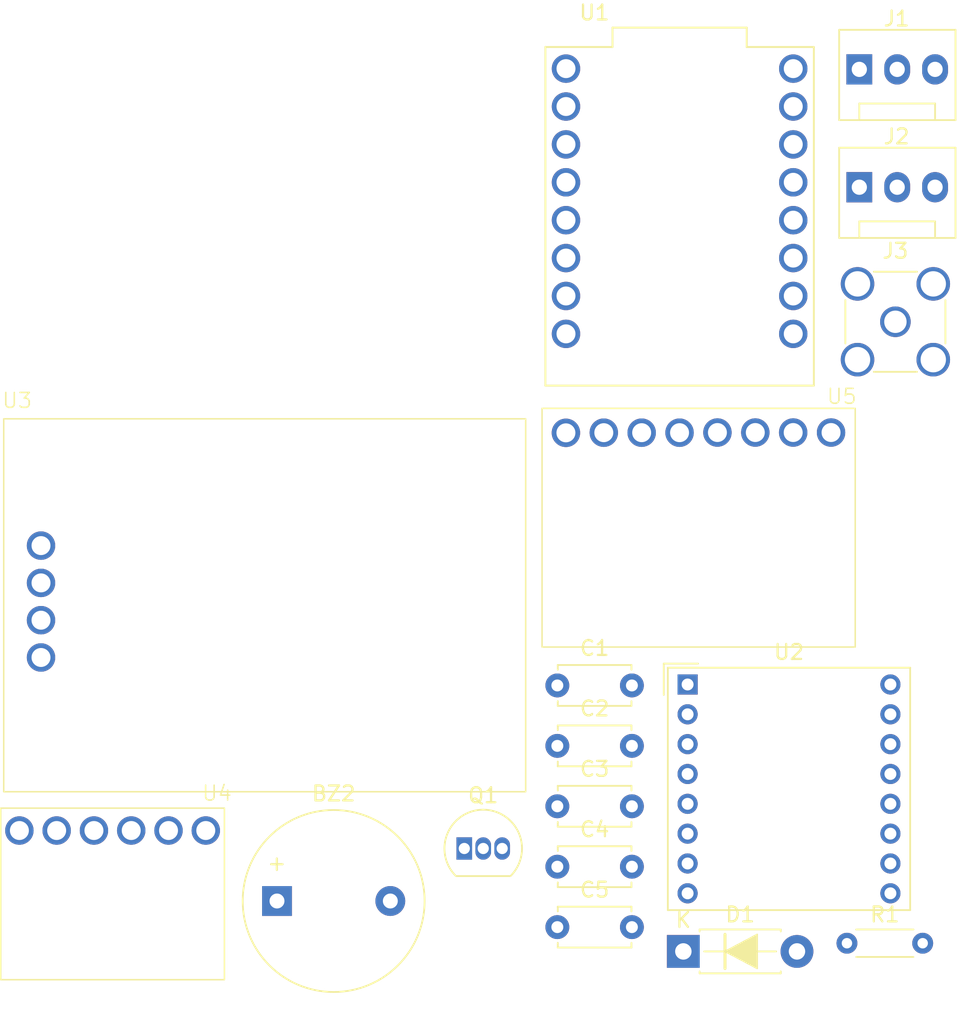
<source format=kicad_pcb>
(kicad_pcb (version 20240108) (generator "pcbnew") (generator_version "8.0")
  (layers (0 "F.Cu" signal) (31 "B.Cu" signal) (34 "B.Paste" user) (35 "F.Paste" user) (36 "B.SilkS" user "B.Silkscreen") (37 "F.SilkS" user "F.Silkscreen") (38 "B.Mask" user) (39 "F.Mask" user) (44 "Edge.Cuts" user))
  (net 0 "")
  (net 1 "Net-(BZ2-+)")
  (net 2 "Net-(BZ2--)")
  (net 3 "Net-(J1-Pin_1)")
  (net 4 "Net-(J1-Pin_3)")
  (net 5 "Net-(Q1-B)")
  (net 6 "Net-(U1-GPIO0)")
  (net 7 "Net-(U1-GPIO20)")
  (net 8 "Net-(U1-GPIO2)")
  (net 9 "Net-(U1-3V3)")
  (net 10 "Net-(U1-GPIO4)")
  (net 12 "Net-(U1-GPIO9)")
  (net 13 "Net-(U1-GPIO21)")
  (net 14 "Net-(U1-GPIO7)")
  (net 15 "Net-(U1-GPIO6)")
  (net 16 "Net-(U1-GPIO8)")
  (net 17 "Net-(U1-GPIO5)")
  (net 18 "Net-(U1-GPIO1)")
  (net 20 "Net-(J3-In)")
  (net 26 "Net-(J3-Ext)")
  (net 33 "Net-(J2-Pin_2)")
  (footprint "PCM_Diode_THT_AKL:D_DO-41_SOD81_P7.62mm_Horizontal" (layer "F.Cu") (at 163.45 98.05)
    (property "Reference" "D1" (at 3.81 -2.47 0) (layer "F.SilkS"))
    (property "Value" "1N4007" (hide yes))
    (fp_text user "K" (at 0 -2.1 0) (layer "F.SilkS"))
    (pad "1" thru_hole rect (at 0 0) (size 2.2 2.2) (drill 1.1) (layers "*.Cu" "*.Mask" "In1.Cu" "In2.Cu" "In3.Cu" "In4.Cu" "In5.Cu" "In6.Cu" "In7.Cu" "In8.Cu" "In9.Cu" "In10.Cu" "In11.Cu" "In12.Cu" "In13.Cu" "In14.Cu" "In15.Cu" "In16.Cu" "In17.Cu" "In18.Cu" "In19.Cu" "In20.Cu" "In21.Cu" "In22.Cu" "In23.Cu" "In24.Cu" "In25.Cu" "In26.Cu" "In27.Cu" "In28.Cu" "In29.Cu" "In30.Cu") (net 2 "Net-(BZ2--)"))
    (pad "2" thru_hole oval (at 7.62 0) (size 2.2 2.2) (drill 1.1) (layers "*.Cu" "*.Mask" "In1.Cu" "In2.Cu" "In3.Cu" "In4.Cu" "In5.Cu" "In6.Cu" "In7.Cu" "In8.Cu" "In9.Cu" "In10.Cu" "In11.Cu" "In12.Cu" "In13.Cu" "In14.Cu" "In15.Cu" "In16.Cu" "In17.Cu" "In18.Cu" "In19.Cu" "In20.Cu" "In21.Cu" "In22.Cu" "In23.Cu" "In24.Cu" "In25.Cu" "In26.Cu" "In27.Cu" "In28.Cu" "In29.Cu" "In30.Cu") (net 1 "Net-(BZ2-+)"))
  )
  (footprint "Capacitor_THT:C_Disc_D4.7mm_W2.5mm_P5.00mm" (layer "F.Cu") (at 155 92.37)
    (property "Reference" "C4" (at 2.5 -2.5 0) (layer "F.SilkS"))
    (property "Value" "100nF")
    (pad "1" thru_hole circle (at 0 0) (size 1.6 1.6) (drill 0.8) (layers "*.Cu" "*.Mask" "In1.Cu" "In2.Cu" "In3.Cu" "In4.Cu" "In5.Cu" "In6.Cu" "In7.Cu" "In8.Cu" "In9.Cu" "In10.Cu" "In11.Cu" "In12.Cu" "In13.Cu" "In14.Cu" "In15.Cu" "In16.Cu" "In17.Cu" "In18.Cu" "In19.Cu" "In20.Cu" "In21.Cu" "In22.Cu" "In23.Cu" "In24.Cu" "In25.Cu" "In26.Cu" "In27.Cu" "In28.Cu" "In29.Cu" "In30.Cu") (net 9 "Net-(U1-3V3)"))
    (pad "2" thru_hole circle (at 5 0) (size 1.6 1.6) (drill 0.8) (layers "*.Cu" "*.Mask" "In1.Cu" "In2.Cu" "In3.Cu" "In4.Cu" "In5.Cu" "In6.Cu" "In7.Cu" "In8.Cu" "In9.Cu" "In10.Cu" "In11.Cu" "In12.Cu" "In13.Cu" "In14.Cu" "In15.Cu" "In16.Cu" "In17.Cu" "In18.Cu" "In19.Cu" "In20.Cu" "In21.Cu" "In22.Cu" "In23.Cu" "In24.Cu" "In25.Cu" "In26.Cu" "In27.Cu" "In28.Cu" "In29.Cu" "In30.Cu") (net 4 "Net-(J1-Pin_3)"))
  )
  (footprint "Connector:FanPinHeader_1x03_P2.54mm_Vertical" (layer "F.Cu") (at 175.25 46.82)
    (property "Reference" "J2" (at 2.5 -3.4 0) (layer "F.SilkS"))
    (property "Value" "Bateria")
    (pad "1" thru_hole rect (at 0 0 90) (size 2.03 1.73) (drill 1.02) (layers "*.Cu" "*.Mask" "In1.Cu" "In2.Cu" "In3.Cu" "In4.Cu" "In5.Cu" "In6.Cu" "In7.Cu" "In8.Cu" "In9.Cu" "In10.Cu" "In11.Cu" "In12.Cu" "In13.Cu" "In14.Cu" "In15.Cu" "In16.Cu" "In17.Cu" "In18.Cu" "In19.Cu" "In20.Cu" "In21.Cu" "In22.Cu" "In23.Cu" "In24.Cu" "In25.Cu" "In26.Cu" "In27.Cu" "In28.Cu" "In29.Cu" "In30.Cu") (net 4 "Net-(J1-Pin_3)"))
    (pad "2" thru_hole oval (at 2.54 0 90) (size 2.03 1.73) (drill 1.02) (layers "*.Cu" "*.Mask" "In1.Cu" "In2.Cu" "In3.Cu" "In4.Cu" "In5.Cu" "In6.Cu" "In7.Cu" "In8.Cu" "In9.Cu" "In10.Cu" "In11.Cu" "In12.Cu" "In13.Cu" "In14.Cu" "In15.Cu" "In16.Cu" "In17.Cu" "In18.Cu" "In19.Cu" "In20.Cu" "In21.Cu" "In22.Cu" "In23.Cu" "In24.Cu" "In25.Cu" "In26.Cu" "In27.Cu" "In28.Cu" "In29.Cu" "In30.Cu") (net 33 "Net-(J2-Pin_2)"))
    (pad "3" thru_hole oval (at 5.08 0 90) (size 2.03 1.73) (drill 1.02) (layers "*.Cu" "*.Mask" "In1.Cu" "In2.Cu" "In3.Cu" "In4.Cu" "In5.Cu" "In6.Cu" "In7.Cu" "In8.Cu" "In9.Cu" "In10.Cu" "In11.Cu" "In12.Cu" "In13.Cu" "In14.Cu" "In15.Cu" "In16.Cu" "In17.Cu" "In18.Cu" "In19.Cu" "In20.Cu" "In21.Cu" "In22.Cu" "In23.Cu" "In24.Cu" "In25.Cu" "In26.Cu" "In27.Cu" "In28.Cu" "In29.Cu" "In30.Cu") (net 1 "Net-(BZ2-+)"))
  )
  (footprint "Library:GY-NEO6M-V2" (layer "F.Cu") (at 117.875 62.345)
    (property "Reference" "U3" (at 0.9 -1.225 0) (layer "F.SilkS") (effects (font (thickness 0.1))))
    (property "Value" "GPS")
    (pad "1" thru_hole circle (at 2.5 8.5) (size 1.905 1.905) (drill 1.27) (layers "*.Cu" "*.Mask" "In1.Cu" "In2.Cu" "In3.Cu" "In4.Cu" "In5.Cu" "In6.Cu" "In7.Cu" "In8.Cu" "In9.Cu" "In10.Cu" "In11.Cu" "In12.Cu" "In13.Cu" "In14.Cu" "In15.Cu" "In16.Cu" "In17.Cu" "In18.Cu" "In19.Cu" "In20.Cu" "In21.Cu" "In22.Cu" "In23.Cu" "In24.Cu" "In25.Cu" "In26.Cu" "In27.Cu" "In28.Cu" "In29.Cu" "In30.Cu") (net 4 "Net-(J1-Pin_3)"))
    (pad "2" thru_hole circle (at 2.5 11) (size 1.905 1.905) (drill 1.27) (layers "*.Cu" "*.Mask" "In1.Cu" "In2.Cu" "In3.Cu" "In4.Cu" "In5.Cu" "In6.Cu" "In7.Cu" "In8.Cu" "In9.Cu" "In10.Cu" "In11.Cu" "In12.Cu" "In13.Cu" "In14.Cu" "In15.Cu" "In16.Cu" "In17.Cu" "In18.Cu" "In19.Cu" "In20.Cu" "In21.Cu" "In22.Cu" "In23.Cu" "In24.Cu" "In25.Cu" "In26.Cu" "In27.Cu" "In28.Cu" "In29.Cu" "In30.Cu") (net 13 "Net-(U1-GPIO21)"))
    (pad "3" thru_hole circle (at 2.5 13.5) (size 1.905 1.905) (drill 1.27) (layers "*.Cu" "*.Mask" "In1.Cu" "In2.Cu" "In3.Cu" "In4.Cu" "In5.Cu" "In6.Cu" "In7.Cu" "In8.Cu" "In9.Cu" "In10.Cu" "In11.Cu" "In12.Cu" "In13.Cu" "In14.Cu" "In15.Cu" "In16.Cu" "In17.Cu" "In18.Cu" "In19.Cu" "In20.Cu" "In21.Cu" "In22.Cu" "In23.Cu" "In24.Cu" "In25.Cu" "In26.Cu" "In27.Cu" "In28.Cu" "In29.Cu" "In30.Cu") (net 7 "Net-(U1-GPIO20)"))
    (pad "4" thru_hole circle (at 2.5 16) (size 1.905 1.905) (drill 1.27) (layers "*.Cu" "*.Mask" "In1.Cu" "In2.Cu" "In3.Cu" "In4.Cu" "In5.Cu" "In6.Cu" "In7.Cu" "In8.Cu" "In9.Cu" "In10.Cu" "In11.Cu" "In12.Cu" "In13.Cu" "In14.Cu" "In15.Cu" "In16.Cu" "In17.Cu" "In18.Cu" "In19.Cu" "In20.Cu" "In21.Cu" "In22.Cu" "In23.Cu" "In24.Cu" "In25.Cu" "In26.Cu" "In27.Cu" "In28.Cu" "In29.Cu" "In30.Cu") (net 33 "Net-(J2-Pin_2)"))
  )
  (footprint "Library:GY-BMP280" (layer "F.Cu") (at 125.175 93.445)
    (property "Reference" "U4" (at 7 -6 0) (layer "F.SilkS") (effects (font (thickness 0.1))))
    (property "Value" "BMP280")
    (pad "1" thru_hole circle (at 6.25 -3.5) (size 1.905 1.905) (drill 1.27) (layers "*.Cu" "*.Mask" "In1.Cu" "In2.Cu" "In3.Cu" "In4.Cu" "In5.Cu" "In6.Cu" "In7.Cu" "In8.Cu" "In9.Cu" "In10.Cu" "In11.Cu" "In12.Cu" "In13.Cu" "In14.Cu" "In15.Cu" "In16.Cu" "In17.Cu" "In18.Cu" "In19.Cu" "In20.Cu" "In21.Cu" "In22.Cu" "In23.Cu" "In24.Cu" "In25.Cu" "In26.Cu" "In27.Cu" "In28.Cu" "In29.Cu" "In30.Cu") (net 9 "Net-(U1-3V3)"))
    (pad "2" thru_hole circle (at 3.75 -3.5) (size 1.905 1.905) (drill 1.27) (layers "*.Cu" "*.Mask" "In1.Cu" "In2.Cu" "In3.Cu" "In4.Cu" "In5.Cu" "In6.Cu" "In7.Cu" "In8.Cu" "In9.Cu" "In10.Cu" "In11.Cu" "In12.Cu" "In13.Cu" "In14.Cu" "In15.Cu" "In16.Cu" "In17.Cu" "In18.Cu" "In19.Cu" "In20.Cu" "In21.Cu" "In22.Cu" "In23.Cu" "In24.Cu" "In25.Cu" "In26.Cu" "In27.Cu" "In28.Cu" "In29.Cu" "In30.Cu") (net 4 "Net-(J1-Pin_3)"))
    (pad "3" thru_hole circle (at 1.25 -3.5) (size 1.905 1.905) (drill 1.27) (layers "*.Cu" "*.Mask" "In1.Cu" "In2.Cu" "In3.Cu" "In4.Cu" "In5.Cu" "In6.Cu" "In7.Cu" "In8.Cu" "In9.Cu" "In10.Cu" "In11.Cu" "In12.Cu" "In13.Cu" "In14.Cu" "In15.Cu" "In16.Cu" "In17.Cu" "In18.Cu" "In19.Cu" "In20.Cu" "In21.Cu" "In22.Cu" "In23.Cu" "In24.Cu" "In25.Cu" "In26.Cu" "In27.Cu" "In28.Cu" "In29.Cu" "In30.Cu") (net 12 "Net-(U1-GPIO9)"))
    (pad "4" thru_hole circle (at -1.25 -3.5) (size 1.905 1.905) (drill 1.27) (layers "*.Cu" "*.Mask" "In1.Cu" "In2.Cu" "In3.Cu" "In4.Cu" "In5.Cu" "In6.Cu" "In7.Cu" "In8.Cu" "In9.Cu" "In10.Cu" "In11.Cu" "In12.Cu" "In13.Cu" "In14.Cu" "In15.Cu" "In16.Cu" "In17.Cu" "In18.Cu" "In19.Cu" "In20.Cu" "In21.Cu" "In22.Cu" "In23.Cu" "In24.Cu" "In25.Cu" "In26.Cu" "In27.Cu" "In28.Cu" "In29.Cu" "In30.Cu") (net 16 "Net-(U1-GPIO8)"))
    (pad "5" thru_hole circle (at -3.75 -3.5) (size 1.905 1.905) (drill 1.27) (layers "*.Cu" "*.Mask" "In1.Cu" "In2.Cu" "In3.Cu" "In4.Cu" "In5.Cu" "In6.Cu" "In7.Cu" "In8.Cu" "In9.Cu" "In10.Cu" "In11.Cu" "In12.Cu" "In13.Cu" "In14.Cu" "In15.Cu" "In16.Cu" "In17.Cu" "In18.Cu" "In19.Cu" "In20.Cu" "In21.Cu" "In22.Cu" "In23.Cu" "In24.Cu" "In25.Cu" "In26.Cu" "In27.Cu" "In28.Cu" "In29.Cu" "In30.Cu"))
    (pad "6" thru_hole circle (at -6.25 -3.5) (size 1.905 1.905) (drill 1.27) (layers "*.Cu" "*.Mask" "In1.Cu" "In2.Cu" "In3.Cu" "In4.Cu" "In5.Cu" "In6.Cu" "In7.Cu" "In8.Cu" "In9.Cu" "In10.Cu" "In11.Cu" "In12.Cu" "In13.Cu" "In14.Cu" "In15.Cu" "In16.Cu" "In17.Cu" "In18.Cu" "In19.Cu" "In20.Cu" "In21.Cu" "In22.Cu" "In23.Cu" "In24.Cu" "In25.Cu" "In26.Cu" "In27.Cu" "In28.Cu" "In29.Cu" "In30.Cu"))
  )
  (footprint "Connector_Coaxial:SMA_Amphenol_901-144_Vertical" (layer "F.Cu") (at 177.67 55.84)
    (property "Reference" "J3" (at 0 -4.75 0) (layer "F.SilkS"))
    (property "Value" "Antena LoRa")
    (pad "1" thru_hole circle (at 0 0) (size 2.05 2.05) (drill 1.5) (layers "*.Cu" "*.Mask" "In1.Cu" "In2.Cu" "In3.Cu" "In4.Cu" "In5.Cu" "In6.Cu" "In7.Cu" "In8.Cu" "In9.Cu" "In10.Cu" "In11.Cu" "In12.Cu" "In13.Cu" "In14.Cu" "In15.Cu" "In16.Cu" "In17.Cu" "In18.Cu" "In19.Cu" "In20.Cu" "In21.Cu" "In22.Cu" "In23.Cu" "In24.Cu" "In25.Cu" "In26.Cu" "In27.Cu" "In28.Cu" "In29.Cu" "In30.Cu") (net 20 "Net-(J3-In)"))
    (pad "2" thru_hole circle (at -2.54 -2.54) (size 2.25 2.25) (drill 1.7) (layers "*.Cu" "*.Mask" "In1.Cu" "In2.Cu" "In3.Cu" "In4.Cu" "In5.Cu" "In6.Cu" "In7.Cu" "In8.Cu" "In9.Cu" "In10.Cu" "In11.Cu" "In12.Cu" "In13.Cu" "In14.Cu" "In15.Cu" "In16.Cu" "In17.Cu" "In18.Cu" "In19.Cu" "In20.Cu" "In21.Cu" "In22.Cu" "In23.Cu" "In24.Cu" "In25.Cu" "In26.Cu" "In27.Cu" "In28.Cu" "In29.Cu" "In30.Cu") (net 26 "Net-(J3-Ext)"))
    (pad "2" thru_hole circle (at -2.54 2.54) (size 2.25 2.25) (drill 1.7) (layers "*.Cu" "*.Mask" "In1.Cu" "In2.Cu" "In3.Cu" "In4.Cu" "In5.Cu" "In6.Cu" "In7.Cu" "In8.Cu" "In9.Cu" "In10.Cu" "In11.Cu" "In12.Cu" "In13.Cu" "In14.Cu" "In15.Cu" "In16.Cu" "In17.Cu" "In18.Cu" "In19.Cu" "In20.Cu" "In21.Cu" "In22.Cu" "In23.Cu" "In24.Cu" "In25.Cu" "In26.Cu" "In27.Cu" "In28.Cu" "In29.Cu" "In30.Cu") (net 26 "Net-(J3-Ext)"))
    (pad "2" thru_hole circle (at 2.54 -2.54) (size 2.25 2.25) (drill 1.7) (layers "*.Cu" "*.Mask" "In1.Cu" "In2.Cu" "In3.Cu" "In4.Cu" "In5.Cu" "In6.Cu" "In7.Cu" "In8.Cu" "In9.Cu" "In10.Cu" "In11.Cu" "In12.Cu" "In13.Cu" "In14.Cu" "In15.Cu" "In16.Cu" "In17.Cu" "In18.Cu" "In19.Cu" "In20.Cu" "In21.Cu" "In22.Cu" "In23.Cu" "In24.Cu" "In25.Cu" "In26.Cu" "In27.Cu" "In28.Cu" "In29.Cu" "In30.Cu") (net 26 "Net-(J3-Ext)"))
    (pad "2" thru_hole circle (at 2.54 2.54) (size 2.25 2.25) (drill 1.7) (layers "*.Cu" "*.Mask" "In1.Cu" "In2.Cu" "In3.Cu" "In4.Cu" "In5.Cu" "In6.Cu" "In7.Cu" "In8.Cu" "In9.Cu" "In10.Cu" "In11.Cu" "In12.Cu" "In13.Cu" "In14.Cu" "In15.Cu" "In16.Cu" "In17.Cu" "In18.Cu" "In19.Cu" "In20.Cu" "In21.Cu" "In22.Cu" "In23.Cu" "In24.Cu" "In25.Cu" "In26.Cu" "In27.Cu" "In28.Cu" "In29.Cu" "In30.Cu") (net 26 "Net-(J3-Ext)"))
  )
  (footprint "Capacitor_THT:C_Disc_D4.7mm_W2.5mm_P5.00mm" (layer "F.Cu") (at 155 84.27)
    (property "Reference" "C2" (at 2.5 -2.5 0) (layer "F.SilkS"))
    (property "Value" "100nF")
    (pad "1" thru_hole circle (at 0 0) (size 1.6 1.6) (drill 0.8) (layers "*.Cu" "*.Mask" "In1.Cu" "In2.Cu" "In3.Cu" "In4.Cu" "In5.Cu" "In6.Cu" "In7.Cu" "In8.Cu" "In9.Cu" "In10.Cu" "In11.Cu" "In12.Cu" "In13.Cu" "In14.Cu" "In15.Cu" "In16.Cu" "In17.Cu" "In18.Cu" "In19.Cu" "In20.Cu" "In21.Cu" "In22.Cu" "In23.Cu" "In24.Cu" "In25.Cu" "In26.Cu" "In27.Cu" "In28.Cu" "In29.Cu" "In30.Cu") (net 9 "Net-(U1-3V3)"))
    (pad "2" thru_hole circle (at 5 0) (size 1.6 1.6) (drill 0.8) (layers "*.Cu" "*.Mask" "In1.Cu" "In2.Cu" "In3.Cu" "In4.Cu" "In5.Cu" "In6.Cu" "In7.Cu" "In8.Cu" "In9.Cu" "In10.Cu" "In11.Cu" "In12.Cu" "In13.Cu" "In14.Cu" "In15.Cu" "In16.Cu" "In17.Cu" "In18.Cu" "In19.Cu" "In20.Cu" "In21.Cu" "In22.Cu" "In23.Cu" "In24.Cu" "In25.Cu" "In26.Cu" "In27.Cu" "In28.Cu" "In29.Cu" "In30.Cu") (net 4 "Net-(J1-Pin_3)"))
  )
  (footprint "Capacitor_THT:C_Disc_D4.7mm_W2.5mm_P5.00mm" (layer "F.Cu") (at 155 88.32)
    (property "Reference" "C3" (at 2.5 -2.5 0) (layer "F.SilkS"))
    (property "Value" "100nF")
    (pad "1" thru_hole circle (at 0 0) (size 1.6 1.6) (drill 0.8) (layers "*.Cu" "*.Mask" "In1.Cu" "In2.Cu" "In3.Cu" "In4.Cu" "In5.Cu" "In6.Cu" "In7.Cu" "In8.Cu" "In9.Cu" "In10.Cu" "In11.Cu" "In12.Cu" "In13.Cu" "In14.Cu" "In15.Cu" "In16.Cu" "In17.Cu" "In18.Cu" "In19.Cu" "In20.Cu" "In21.Cu" "In22.Cu" "In23.Cu" "In24.Cu" "In25.Cu" "In26.Cu" "In27.Cu" "In28.Cu" "In29.Cu" "In30.Cu") (net 9 "Net-(U1-3V3)"))
    (pad "2" thru_hole circle (at 5 0) (size 1.6 1.6) (drill 0.8) (layers "*.Cu" "*.Mask" "In1.Cu" "In2.Cu" "In3.Cu" "In4.Cu" "In5.Cu" "In6.Cu" "In7.Cu" "In8.Cu" "In9.Cu" "In10.Cu" "In11.Cu" "In12.Cu" "In13.Cu" "In14.Cu" "In15.Cu" "In16.Cu" "In17.Cu" "In18.Cu" "In19.Cu" "In20.Cu" "In21.Cu" "In22.Cu" "In23.Cu" "In24.Cu" "In25.Cu" "In26.Cu" "In27.Cu" "In28.Cu" "In29.Cu" "In30.Cu") (net 4 "Net-(J1-Pin_3)"))
  )
  (footprint "RF_Module:HOPERF_RFM9XW_THT" (layer "F.Cu") (at 163.735 80.155)
    (property "Reference" "U2" (at 6.8 -2.17 0) (layer "F.SilkS"))
    (property "Value" "RFM95W")
    (pad "1" thru_hole rect (at 0 0) (size 1.35 1.35) (drill 0.8) (layers "*.Cu" "*.Mask" "In1.Cu" "In2.Cu" "In3.Cu" "In4.Cu" "In5.Cu" "In6.Cu" "In7.Cu" "In8.Cu" "In9.Cu" "In10.Cu" "In11.Cu" "In12.Cu" "In13.Cu" "In14.Cu" "In15.Cu" "In16.Cu" "In17.Cu" "In18.Cu" "In19.Cu" "In20.Cu" "In21.Cu" "In22.Cu" "In23.Cu" "In24.Cu" "In25.Cu" "In26.Cu" "In27.Cu" "In28.Cu" "In29.Cu" "In30.Cu"))
    (pad "2" thru_hole circle (at 0 2) (size 1.35 1.35) (drill 0.8) (layers "*.Cu" "*.Mask" "In1.Cu" "In2.Cu" "In3.Cu" "In4.Cu" "In5.Cu" "In6.Cu" "In7.Cu" "In8.Cu" "In9.Cu" "In10.Cu" "In11.Cu" "In12.Cu" "In13.Cu" "In14.Cu" "In15.Cu" "In16.Cu" "In17.Cu" "In18.Cu" "In19.Cu" "In20.Cu" "In21.Cu" "In22.Cu" "In23.Cu" "In24.Cu" "In25.Cu" "In26.Cu" "In27.Cu" "In28.Cu" "In29.Cu" "In30.Cu") (net 17 "Net-(U1-GPIO5)"))
    (pad "3" thru_hole circle (at 0 4) (size 1.35 1.35) (drill 0.8) (layers "*.Cu" "*.Mask" "In1.Cu" "In2.Cu" "In3.Cu" "In4.Cu" "In5.Cu" "In6.Cu" "In7.Cu" "In8.Cu" "In9.Cu" "In10.Cu" "In11.Cu" "In12.Cu" "In13.Cu" "In14.Cu" "In15.Cu" "In16.Cu" "In17.Cu" "In18.Cu" "In19.Cu" "In20.Cu" "In21.Cu" "In22.Cu" "In23.Cu" "In24.Cu" "In25.Cu" "In26.Cu" "In27.Cu" "In28.Cu" "In29.Cu" "In30.Cu") (net 15 "Net-(U1-GPIO6)"))
    (pad "4" thru_hole circle (at 0 6) (size 1.35 1.35) (drill 0.8) (layers "*.Cu" "*.Mask" "In1.Cu" "In2.Cu" "In3.Cu" "In4.Cu" "In5.Cu" "In6.Cu" "In7.Cu" "In8.Cu" "In9.Cu" "In10.Cu" "In11.Cu" "In12.Cu" "In13.Cu" "In14.Cu" "In15.Cu" "In16.Cu" "In17.Cu" "In18.Cu" "In19.Cu" "In20.Cu" "In21.Cu" "In22.Cu" "In23.Cu" "In24.Cu" "In25.Cu" "In26.Cu" "In27.Cu" "In28.Cu" "In29.Cu" "In30.Cu") (net 10 "Net-(U1-GPIO4)"))
    (pad "5" thru_hole circle (at 0 8) (size 1.35 1.35) (drill 0.8) (layers "*.Cu" "*.Mask" "In1.Cu" "In2.Cu" "In3.Cu" "In4.Cu" "In5.Cu" "In6.Cu" "In7.Cu" "In8.Cu" "In9.Cu" "In10.Cu" "In11.Cu" "In12.Cu" "In13.Cu" "In14.Cu" "In15.Cu" "In16.Cu" "In17.Cu" "In18.Cu" "In19.Cu" "In20.Cu" "In21.Cu" "In22.Cu" "In23.Cu" "In24.Cu" "In25.Cu" "In26.Cu" "In27.Cu" "In28.Cu" "In29.Cu" "In30.Cu") (net 14 "Net-(U1-GPIO7)"))
    (pad "6" thru_hole circle (at 0 10) (size 1.35 1.35) (drill 0.8) (layers "*.Cu" "*.Mask" "In1.Cu" "In2.Cu" "In3.Cu" "In4.Cu" "In5.Cu" "In6.Cu" "In7.Cu" "In8.Cu" "In9.Cu" "In10.Cu" "In11.Cu" "In12.Cu" "In13.Cu" "In14.Cu" "In15.Cu" "In16.Cu" "In17.Cu" "In18.Cu" "In19.Cu" "In20.Cu" "In21.Cu" "In22.Cu" "In23.Cu" "In24.Cu" "In25.Cu" "In26.Cu" "In27.Cu" "In28.Cu" "In29.Cu" "In30.Cu") (net 18 "Net-(U1-GPIO1)"))
    (pad "7" thru_hole circle (at 0 12) (size 1.35 1.35) (drill 0.8) (layers "*.Cu" "*.Mask" "In1.Cu" "In2.Cu" "In3.Cu" "In4.Cu" "In5.Cu" "In6.Cu" "In7.Cu" "In8.Cu" "In9.Cu" "In10.Cu" "In11.Cu" "In12.Cu" "In13.Cu" "In14.Cu" "In15.Cu" "In16.Cu" "In17.Cu" "In18.Cu" "In19.Cu" "In20.Cu" "In21.Cu" "In22.Cu" "In23.Cu" "In24.Cu" "In25.Cu" "In26.Cu" "In27.Cu" "In28.Cu" "In29.Cu" "In30.Cu"))
    (pad "8" thru_hole circle (at 0 14) (size 1.35 1.35) (drill 0.8) (layers "*.Cu" "*.Mask" "In1.Cu" "In2.Cu" "In3.Cu" "In4.Cu" "In5.Cu" "In6.Cu" "In7.Cu" "In8.Cu" "In9.Cu" "In10.Cu" "In11.Cu" "In12.Cu" "In13.Cu" "In14.Cu" "In15.Cu" "In16.Cu" "In17.Cu" "In18.Cu" "In19.Cu" "In20.Cu" "In21.Cu" "In22.Cu" "In23.Cu" "In24.Cu" "In25.Cu" "In26.Cu" "In27.Cu" "In28.Cu" "In29.Cu" "In30.Cu") (net 26 "Net-(J3-Ext)"))
    (pad "9" thru_hole circle (at 13.6 14) (size 1.35 1.35) (drill 0.8) (layers "*.Cu" "*.Mask" "In1.Cu" "In2.Cu" "In3.Cu" "In4.Cu" "In5.Cu" "In6.Cu" "In7.Cu" "In8.Cu" "In9.Cu" "In10.Cu" "In11.Cu" "In12.Cu" "In13.Cu" "In14.Cu" "In15.Cu" "In16.Cu" "In17.Cu" "In18.Cu" "In19.Cu" "In20.Cu" "In21.Cu" "In22.Cu" "In23.Cu" "In24.Cu" "In25.Cu" "In26.Cu" "In27.Cu" "In28.Cu" "In29.Cu" "In30.Cu") (net 20 "Net-(J3-In)"))
    (pad "10" thru_hole circle (at 13.6 12) (size 1.35 1.35) (drill 0.8) (layers "*.Cu" "*.Mask" "In1.Cu" "In2.Cu" "In3.Cu" "In4.Cu" "In5.Cu" "In6.Cu" "In7.Cu" "In8.Cu" "In9.Cu" "In10.Cu" "In11.Cu" "In12.Cu" "In13.Cu" "In14.Cu" "In15.Cu" "In16.Cu" "In17.Cu" "In18.Cu" "In19.Cu" "In20.Cu" "In21.Cu" "In22.Cu" "In23.Cu" "In24.Cu" "In25.Cu" "In26.Cu" "In27.Cu" "In28.Cu" "In29.Cu" "In30.Cu") (net 4 "Net-(J1-Pin_3)"))
    (pad "11" thru_hole circle (at 13.6 10) (size 1.35 1.35) (drill 0.8) (layers "*.Cu" "*.Mask" "In1.Cu" "In2.Cu" "In3.Cu" "In4.Cu" "In5.Cu" "In6.Cu" "In7.Cu" "In8.Cu" "In9.Cu" "In10.Cu" "In11.Cu" "In12.Cu" "In13.Cu" "In14.Cu" "In15.Cu" "In16.Cu" "In17.Cu" "In18.Cu" "In19.Cu" "In20.Cu" "In21.Cu" "In22.Cu" "In23.Cu" "In24.Cu" "In25.Cu" "In26.Cu" "In27.Cu" "In28.Cu" "In29.Cu" "In30.Cu"))
    (pad "12" thru_hole circle (at 13.6 8) (size 1.35 1.35) (drill 0.8) (layers "*.Cu" "*.Mask" "In1.Cu" "In2.Cu" "In3.Cu" "In4.Cu" "In5.Cu" "In6.Cu" "In7.Cu" "In8.Cu" "In9.Cu" "In10.Cu" "In11.Cu" "In12.Cu" "In13.Cu" "In14.Cu" "In15.Cu" "In16.Cu" "In17.Cu" "In18.Cu" "In19.Cu" "In20.Cu" "In21.Cu" "In22.Cu" "In23.Cu" "In24.Cu" "In25.Cu" "In26.Cu" "In27.Cu" "In28.Cu" "In29.Cu" "In30.Cu"))
    (pad "13" thru_hole circle (at 13.6 6) (size 1.35 1.35) (drill 0.8) (layers "*.Cu" "*.Mask" "In1.Cu" "In2.Cu" "In3.Cu" "In4.Cu" "In5.Cu" "In6.Cu" "In7.Cu" "In8.Cu" "In9.Cu" "In10.Cu" "In11.Cu" "In12.Cu" "In13.Cu" "In14.Cu" "In15.Cu" "In16.Cu" "In17.Cu" "In18.Cu" "In19.Cu" "In20.Cu" "In21.Cu" "In22.Cu" "In23.Cu" "In24.Cu" "In25.Cu" "In26.Cu" "In27.Cu" "In28.Cu" "In29.Cu" "In30.Cu") (net 9 "Net-(U1-3V3)"))
    (pad "14" thru_hole circle (at 13.6 4) (size 1.35 1.35) (drill 0.8) (layers "*.Cu" "*.Mask" "In1.Cu" "In2.Cu" "In3.Cu" "In4.Cu" "In5.Cu" "In6.Cu" "In7.Cu" "In8.Cu" "In9.Cu" "In10.Cu" "In11.Cu" "In12.Cu" "In13.Cu" "In14.Cu" "In15.Cu" "In16.Cu" "In17.Cu" "In18.Cu" "In19.Cu" "In20.Cu" "In21.Cu" "In22.Cu" "In23.Cu" "In24.Cu" "In25.Cu" "In26.Cu" "In27.Cu" "In28.Cu" "In29.Cu" "In30.Cu") (net 8 "Net-(U1-GPIO2)"))
    (pad "15" thru_hole circle (at 13.6 2) (size 1.35 1.35) (drill 0.8) (layers "*.Cu" "*.Mask" "In1.Cu" "In2.Cu" "In3.Cu" "In4.Cu" "In5.Cu" "In6.Cu" "In7.Cu" "In8.Cu" "In9.Cu" "In10.Cu" "In11.Cu" "In12.Cu" "In13.Cu" "In14.Cu" "In15.Cu" "In16.Cu" "In17.Cu" "In18.Cu" "In19.Cu" "In20.Cu" "In21.Cu" "In22.Cu" "In23.Cu" "In24.Cu" "In25.Cu" "In26.Cu" "In27.Cu" "In28.Cu" "In29.Cu" "In30.Cu"))
    (pad "16" thru_hole circle (at 13.6 0) (size 1.35 1.35) (drill 0.8) (layers "*.Cu" "*.Mask" "In1.Cu" "In2.Cu" "In3.Cu" "In4.Cu" "In5.Cu" "In6.Cu" "In7.Cu" "In8.Cu" "In9.Cu" "In10.Cu" "In11.Cu" "In12.Cu" "In13.Cu" "In14.Cu" "In15.Cu" "In16.Cu" "In17.Cu" "In18.Cu" "In19.Cu" "In20.Cu" "In21.Cu" "In22.Cu" "In23.Cu" "In24.Cu" "In25.Cu" "In26.Cu" "In27.Cu" "In28.Cu" "In29.Cu" "In30.Cu"))
  )
  (footprint "ESP32-C3_SUPERMINI_TH:MODULE_ESP32-C3_SUPERMINI" (layer "F.Cu") (at 163.2 48.77)
    (property "Reference" "U1" (at -5.715 -13.6525 0) (layer "F.SilkS"))
    (property "Value" "ESP32-C3")
    (pad "0" thru_hole circle (at 7.62 7.88) (size 1.905 1.905) (drill 1.27) (layers "*.Cu" "*.Mask" "In1.Cu" "In2.Cu" "In3.Cu" "In4.Cu" "In5.Cu" "In6.Cu" "In7.Cu" "In8.Cu" "In9.Cu" "In10.Cu" "In11.Cu" "In12.Cu" "In13.Cu" "In14.Cu" "In15.Cu" "In16.Cu" "In17.Cu" "In18.Cu" "In19.Cu" "In20.Cu" "In21.Cu" "In22.Cu" "In23.Cu" "In24.Cu" "In25.Cu" "In26.Cu" "In27.Cu" "In28.Cu" "In29.Cu" "In30.Cu") (net 6 "Net-(U1-GPIO0)"))
    (pad "1" thru_hole circle (at 7.62 5.34) (size 1.905 1.905) (drill 1.27) (layers "*.Cu" "*.Mask" "In1.Cu" "In2.Cu" "In3.Cu" "In4.Cu" "In5.Cu" "In6.Cu" "In7.Cu" "In8.Cu" "In9.Cu" "In10.Cu" "In11.Cu" "In12.Cu" "In13.Cu" "In14.Cu" "In15.Cu" "In16.Cu" "In17.Cu" "In18.Cu" "In19.Cu" "In20.Cu" "In21.Cu" "In22.Cu" "In23.Cu" "In24.Cu" "In25.Cu" "In26.Cu" "In27.Cu" "In28.Cu" "In29.Cu" "In30.Cu") (net 18 "Net-(U1-GPIO1)"))
    (pad "2" thru_hole circle (at 7.62 2.8) (size 1.905 1.905) (drill 1.27) (layers "*.Cu" "*.Mask" "In1.Cu" "In2.Cu" "In3.Cu" "In4.Cu" "In5.Cu" "In6.Cu" "In7.Cu" "In8.Cu" "In9.Cu" "In10.Cu" "In11.Cu" "In12.Cu" "In13.Cu" "In14.Cu" "In15.Cu" "In16.Cu" "In17.Cu" "In18.Cu" "In19.Cu" "In20.Cu" "In21.Cu" "In22.Cu" "In23.Cu" "In24.Cu" "In25.Cu" "In26.Cu" "In27.Cu" "In28.Cu" "In29.Cu" "In30.Cu") (net 8 "Net-(U1-GPIO2)"))
    (pad "3" thru_hole circle (at 7.62 0.26) (size 1.905 1.905) (drill 1.27) (layers "*.Cu" "*.Mask" "In1.Cu" "In2.Cu" "In3.Cu" "In4.Cu" "In5.Cu" "In6.Cu" "In7.Cu" "In8.Cu" "In9.Cu" "In10.Cu" "In11.Cu" "In12.Cu" "In13.Cu" "In14.Cu" "In15.Cu" "In16.Cu" "In17.Cu" "In18.Cu" "In19.Cu" "In20.Cu" "In21.Cu" "In22.Cu" "In23.Cu" "In24.Cu" "In25.Cu" "In26.Cu" "In27.Cu" "In28.Cu" "In29.Cu" "In30.Cu"))
    (pad "3.3" thru_hole circle (at 7.62 -4.82) (size 1.905 1.905) (drill 1.27) (layers "*.Cu" "*.Mask" "In1.Cu" "In2.Cu" "In3.Cu" "In4.Cu" "In5.Cu" "In6.Cu" "In7.Cu" "In8.Cu" "In9.Cu" "In10.Cu" "In11.Cu" "In12.Cu" "In13.Cu" "In14.Cu" "In15.Cu" "In16.Cu" "In17.Cu" "In18.Cu" "In19.Cu" "In20.Cu" "In21.Cu" "In22.Cu" "In23.Cu" "In24.Cu" "In25.Cu" "In26.Cu" "In27.Cu" "In28.Cu" "In29.Cu" "In30.Cu") (net 9 "Net-(U1-3V3)"))
    (pad "4" thru_hole circle (at 7.62 -2.28) (size 1.905 1.905) (drill 1.27) (layers "*.Cu" "*.Mask" "In1.Cu" "In2.Cu" "In3.Cu" "In4.Cu" "In5.Cu" "In6.Cu" "In7.Cu" "In8.Cu" "In9.Cu" "In10.Cu" "In11.Cu" "In12.Cu" "In13.Cu" "In14.Cu" "In15.Cu" "In16.Cu" "In17.Cu" "In18.Cu" "In19.Cu" "In20.Cu" "In21.Cu" "In22.Cu" "In23.Cu" "In24.Cu" "In25.Cu" "In26.Cu" "In27.Cu" "In28.Cu" "In29.Cu" "In30.Cu") (net 10 "Net-(U1-GPIO4)"))
    (pad "5" thru_hole circle (at -7.62 -9.9) (size 1.905 1.905) (drill 1.27) (layers "*.Cu" "*.Mask" "In1.Cu" "In2.Cu" "In3.Cu" "In4.Cu" "In5.Cu" "In6.Cu" "In7.Cu" "In8.Cu" "In9.Cu" "In10.Cu" "In11.Cu" "In12.Cu" "In13.Cu" "In14.Cu" "In15.Cu" "In16.Cu" "In17.Cu" "In18.Cu" "In19.Cu" "In20.Cu" "In21.Cu" "In22.Cu" "In23.Cu" "In24.Cu" "In25.Cu" "In26.Cu" "In27.Cu" "In28.Cu" "In29.Cu" "In30.Cu") (net 17 "Net-(U1-GPIO5)"))
    (pad "5V" thru_hole circle (at 7.62 -9.9) (size 1.905 1.905) (drill 1.27) (layers "*.Cu" "*.Mask" "In1.Cu" "In2.Cu" "In3.Cu" "In4.Cu" "In5.Cu" "In6.Cu" "In7.Cu" "In8.Cu" "In9.Cu" "In10.Cu" "In11.Cu" "In12.Cu" "In13.Cu" "In14.Cu" "In15.Cu" "In16.Cu" "In17.Cu" "In18.Cu" "In19.Cu" "In20.Cu" "In21.Cu" "In22.Cu" "In23.Cu" "In24.Cu" "In25.Cu" "In26.Cu" "In27.Cu" "In28.Cu" "In29.Cu" "In30.Cu") (net 33 "Net-(J2-Pin_2)"))
    (pad "6" thru_hole circle (at -7.62 -7.36) (size 1.905 1.905) (drill 1.27) (layers "*.Cu" "*.Mask" "In1.Cu" "In2.Cu" "In3.Cu" "In4.Cu" "In5.Cu" "In6.Cu" "In7.Cu" "In8.Cu" "In9.Cu" "In10.Cu" "In11.Cu" "In12.Cu" "In13.Cu" "In14.Cu" "In15.Cu" "In16.Cu" "In17.Cu" "In18.Cu" "In19.Cu" "In20.Cu" "In21.Cu" "In22.Cu" "In23.Cu" "In24.Cu" "In25.Cu" "In26.Cu" "In27.Cu" "In28.Cu" "In29.Cu" "In30.Cu") (net 15 "Net-(U1-GPIO6)"))
    (pad "7" thru_hole circle (at -7.62 -4.82) (size 1.905 1.905) (drill 1.27) (layers "*.Cu" "*.Mask" "In1.Cu" "In2.Cu" "In3.Cu" "In4.Cu" "In5.Cu" "In6.Cu" "In7.Cu" "In8.Cu" "In9.Cu" "In10.Cu" "In11.Cu" "In12.Cu" "In13.Cu" "In14.Cu" "In15.Cu" "In16.Cu" "In17.Cu" "In18.Cu" "In19.Cu" "In20.Cu" "In21.Cu" "In22.Cu" "In23.Cu" "In24.Cu" "In25.Cu" "In26.Cu" "In27.Cu" "In28.Cu" "In29.Cu" "In30.Cu") (net 14 "Net-(U1-GPIO7)"))
    (pad "8" thru_hole circle (at -7.62 -2.28) (size 1.905 1.905) (drill 1.27) (layers "*.Cu" "*.Mask" "In1.Cu" "In2.Cu" "In3.Cu" "In4.Cu" "In5.Cu" "In6.Cu" "In7.Cu" "In8.Cu" "In9.Cu" "In10.Cu" "In11.Cu" "In12.Cu" "In13.Cu" "In14.Cu" "In15.Cu" "In16.Cu" "In17.Cu" "In18.Cu" "In19.Cu" "In20.Cu" "In21.Cu" "In22.Cu" "In23.Cu" "In24.Cu" "In25.Cu" "In26.Cu" "In27.Cu" "In28.Cu" "In29.Cu" "In30.Cu") (net 16 "Net-(U1-GPIO8)"))
    (pad "9" thru_hole circle (at -7.62 0.26) (size 1.905 1.905) (drill 1.27) (layers "*.Cu" "*.Mask" "In1.Cu" "In2.Cu" "In3.Cu" "In4.Cu" "In5.Cu" "In6.Cu" "In7.Cu" "In8.Cu" "In9.Cu" "In10.Cu" "In11.Cu" "In12.Cu" "In13.Cu" "In14.Cu" "In15.Cu" "In16.Cu" "In17.Cu" "In18.Cu" "In19.Cu" "In20.Cu" "In21.Cu" "In22.Cu" "In23.Cu" "In24.Cu" "In25.Cu" "In26.Cu" "In27.Cu" "In28.Cu" "In29.Cu" "In30.Cu") (net 12 "Net-(U1-GPIO9)"))
    (pad "10" thru_hole circle (at -7.62 2.8) (size 1.905 1.905) (drill 1.27) (layers "*.Cu" "*.Mask" "In1.Cu" "In2.Cu" "In3.Cu" "In4.Cu" "In5.Cu" "In6.Cu" "In7.Cu" "In8.Cu" "In9.Cu" "In10.Cu" "In11.Cu" "In12.Cu" "In13.Cu" "In14.Cu" "In15.Cu" "In16.Cu" "In17.Cu" "In18.Cu" "In19.Cu" "In20.Cu" "In21.Cu" "In22.Cu" "In23.Cu" "In24.Cu" "In25.Cu" "In26.Cu" "In27.Cu" "In28.Cu" "In29.Cu" "In30.Cu") (net 3 "Net-(J1-Pin_1)"))
    (pad "20" thru_hole circle (at -7.62 5.34) (size 1.905 1.905) (drill 1.27) (layers "*.Cu" "*.Mask" "In1.Cu" "In2.Cu" "In3.Cu" "In4.Cu" "In5.Cu" "In6.Cu" "In7.Cu" "In8.Cu" "In9.Cu" "In10.Cu" "In11.Cu" "In12.Cu" "In13.Cu" "In14.Cu" "In15.Cu" "In16.Cu" "In17.Cu" "In18.Cu" "In19.Cu" "In20.Cu" "In21.Cu" "In22.Cu" "In23.Cu" "In24.Cu" "In25.Cu" "In26.Cu" "In27.Cu" "In28.Cu" "In29.Cu" "In30.Cu") (net 7 "Net-(U1-GPIO20)"))
    (pad "21" thru_hole circle (at -7.62 7.88) (size 1.905 1.905) (drill 1.27) (layers "*.Cu" "*.Mask" "In1.Cu" "In2.Cu" "In3.Cu" "In4.Cu" "In5.Cu" "In6.Cu" "In7.Cu" "In8.Cu" "In9.Cu" "In10.Cu" "In11.Cu" "In12.Cu" "In13.Cu" "In14.Cu" "In15.Cu" "In16.Cu" "In17.Cu" "In18.Cu" "In19.Cu" "In20.Cu" "In21.Cu" "In22.Cu" "In23.Cu" "In24.Cu" "In25.Cu" "In26.Cu" "In27.Cu" "In28.Cu" "In29.Cu" "In30.Cu") (net 13 "Net-(U1-GPIO21)"))
    (pad "G" thru_hole circle (at 7.62 -7.36) (size 1.905 1.905) (drill 1.27) (layers "*.Cu" "*.Mask" "In1.Cu" "In2.Cu" "In3.Cu" "In4.Cu" "In5.Cu" "In6.Cu" "In7.Cu" "In8.Cu" "In9.Cu" "In10.Cu" "In11.Cu" "In12.Cu" "In13.Cu" "In14.Cu" "In15.Cu" "In16.Cu" "In17.Cu" "In18.Cu" "In19.Cu" "In20.Cu" "In21.Cu" "In22.Cu" "In23.Cu" "In24.Cu" "In25.Cu" "In26.Cu" "In27.Cu" "In28.Cu" "In29.Cu" "In30.Cu") (net 4 "Net-(J1-Pin_3)"))
  )
  (footprint "Resistor_THT:R_Axial_DIN0204_L3.6mm_D1.6mm_P5.08mm_Horizontal" (layer "F.Cu") (at 174.42 97.5)
    (property "Reference" "R1" (at 2.54 -1.92 0) (layer "F.SilkS"))
    (property "Value" "1k")
    (pad "1" thru_hole circle (at 0 0) (size 1.4 1.4) (drill 0.7) (layers "*.Cu" "*.Mask" "In1.Cu" "In2.Cu" "In3.Cu" "In4.Cu" "In5.Cu" "In6.Cu" "In7.Cu" "In8.Cu" "In9.Cu" "In10.Cu" "In11.Cu" "In12.Cu" "In13.Cu" "In14.Cu" "In15.Cu" "In16.Cu" "In17.Cu" "In18.Cu" "In19.Cu" "In20.Cu" "In21.Cu" "In22.Cu" "In23.Cu" "In24.Cu" "In25.Cu" "In26.Cu" "In27.Cu" "In28.Cu" "In29.Cu" "In30.Cu") (net 6 "Net-(U1-GPIO0)"))
    (pad "2" thru_hole oval (at 5.08 0) (size 1.4 1.4) (drill 0.7) (layers "*.Cu" "*.Mask" "In1.Cu" "In2.Cu" "In3.Cu" "In4.Cu" "In5.Cu" "In6.Cu" "In7.Cu" "In8.Cu" "In9.Cu" "In10.Cu" "In11.Cu" "In12.Cu" "In13.Cu" "In14.Cu" "In15.Cu" "In16.Cu" "In17.Cu" "In18.Cu" "In19.Cu" "In20.Cu" "In21.Cu" "In22.Cu" "In23.Cu" "In24.Cu" "In25.Cu" "In26.Cu" "In27.Cu" "In28.Cu" "In29.Cu" "In30.Cu") (net 5 "Net-(Q1-B)"))
  )
  (footprint "Package_TO_SOT_THT:TO-92_Inline" (layer "F.Cu") (at 148.76 91.15)
    (property "Reference" "Q1" (at 1.27 -3.56 0) (layer "F.SilkS"))
    (property "Value" "BC547")
    (pad "1" thru_hole rect (at 0 0) (size 1.05 1.5) (drill 0.75) (layers "*.Cu" "*.Mask" "In1.Cu" "In2.Cu" "In3.Cu" "In4.Cu" "In5.Cu" "In6.Cu" "In7.Cu" "In8.Cu" "In9.Cu" "In10.Cu" "In11.Cu" "In12.Cu" "In13.Cu" "In14.Cu" "In15.Cu" "In16.Cu" "In17.Cu" "In18.Cu" "In19.Cu" "In20.Cu" "In21.Cu" "In22.Cu" "In23.Cu" "In24.Cu" "In25.Cu" "In26.Cu" "In27.Cu" "In28.Cu" "In29.Cu" "In30.Cu") (net 2 "Net-(BZ2--)"))
    (pad "2" thru_hole oval (at 1.27 0) (size 1.05 1.5) (drill 0.75) (layers "*.Cu" "*.Mask" "In1.Cu" "In2.Cu" "In3.Cu" "In4.Cu" "In5.Cu" "In6.Cu" "In7.Cu" "In8.Cu" "In9.Cu" "In10.Cu" "In11.Cu" "In12.Cu" "In13.Cu" "In14.Cu" "In15.Cu" "In16.Cu" "In17.Cu" "In18.Cu" "In19.Cu" "In20.Cu" "In21.Cu" "In22.Cu" "In23.Cu" "In24.Cu" "In25.Cu" "In26.Cu" "In27.Cu" "In28.Cu" "In29.Cu" "In30.Cu") (net 5 "Net-(Q1-B)"))
    (pad "3" thru_hole oval (at 2.54 0) (size 1.05 1.5) (drill 0.75) (layers "*.Cu" "*.Mask" "In1.Cu" "In2.Cu" "In3.Cu" "In4.Cu" "In5.Cu" "In6.Cu" "In7.Cu" "In8.Cu" "In9.Cu" "In10.Cu" "In11.Cu" "In12.Cu" "In13.Cu" "In14.Cu" "In15.Cu" "In16.Cu" "In17.Cu" "In18.Cu" "In19.Cu" "In20.Cu" "In21.Cu" "In22.Cu" "In23.Cu" "In24.Cu" "In25.Cu" "In26.Cu" "In27.Cu" "In28.Cu" "In29.Cu" "In30.Cu") (net 4 "Net-(J1-Pin_3)"))
  )
  (footprint "Library:GY-521" (layer "F.Cu") (at 164.475 61.645)
    (property "Reference" "U5" (at 9.6 -0.8 0) (layer "F.SilkS") (effects (font (thickness 0.1))))
    (property "Value" "GY-521")
    (pad "1" thru_hole circle (at 8.88 1.62) (size 1.905 1.905) (drill 1.27) (layers "*.Cu" "*.Mask" "In1.Cu" "In2.Cu" "In3.Cu" "In4.Cu" "In5.Cu" "In6.Cu" "In7.Cu" "In8.Cu" "In9.Cu" "In10.Cu" "In11.Cu" "In12.Cu" "In13.Cu" "In14.Cu" "In15.Cu" "In16.Cu" "In17.Cu" "In18.Cu" "In19.Cu" "In20.Cu" "In21.Cu" "In22.Cu" "In23.Cu" "In24.Cu" "In25.Cu" "In26.Cu" "In27.Cu" "In28.Cu" "In29.Cu" "In30.Cu") (net 9 "Net-(U1-3V3)"))
    (pad "2" thru_hole circle (at 6.34 1.62) (size 1.905 1.905) (drill 1.27) (layers "*.Cu" "*.Mask" "In1.Cu" "In2.Cu" "In3.Cu" "In4.Cu" "In5.Cu" "In6.Cu" "In7.Cu" "In8.Cu" "In9.Cu" "In10.Cu" "In11.Cu" "In12.Cu" "In13.Cu" "In14.Cu" "In15.Cu" "In16.Cu" "In17.Cu" "In18.Cu" "In19.Cu" "In20.Cu" "In21.Cu" "In22.Cu" "In23.Cu" "In24.Cu" "In25.Cu" "In26.Cu" "In27.Cu" "In28.Cu" "In29.Cu" "In30.Cu") (net 4 "Net-(J1-Pin_3)"))
    (pad "3" thru_hole circle (at 3.8 1.62) (size 1.905 1.905) (drill 1.27) (layers "*.Cu" "*.Mask" "In1.Cu" "In2.Cu" "In3.Cu" "In4.Cu" "In5.Cu" "In6.Cu" "In7.Cu" "In8.Cu" "In9.Cu" "In10.Cu" "In11.Cu" "In12.Cu" "In13.Cu" "In14.Cu" "In15.Cu" "In16.Cu" "In17.Cu" "In18.Cu" "In19.Cu" "In20.Cu" "In21.Cu" "In22.Cu" "In23.Cu" "In24.Cu" "In25.Cu" "In26.Cu" "In27.Cu" "In28.Cu" "In29.Cu" "In30.Cu") (net 12 "Net-(U1-GPIO9)"))
    (pad "4" thru_hole circle (at 1.26 1.62) (size 1.905 1.905) (drill 1.27) (layers "*.Cu" "*.Mask" "In1.Cu" "In2.Cu" "In3.Cu" "In4.Cu" "In5.Cu" "In6.Cu" "In7.Cu" "In8.Cu" "In9.Cu" "In10.Cu" "In11.Cu" "In12.Cu" "In13.Cu" "In14.Cu" "In15.Cu" "In16.Cu" "In17.Cu" "In18.Cu" "In19.Cu" "In20.Cu" "In21.Cu" "In22.Cu" "In23.Cu" "In24.Cu" "In25.Cu" "In26.Cu" "In27.Cu" "In28.Cu" "In29.Cu" "In30.Cu") (net 16 "Net-(U1-GPIO8)"))
    (pad "5" thru_hole circle (at -1.28 1.63) (size 1.905 1.905) (drill 1.27) (layers "*.Cu" "*.Mask" "In1.Cu" "In2.Cu" "In3.Cu" "In4.Cu" "In5.Cu" "In6.Cu" "In7.Cu" "In8.Cu" "In9.Cu" "In10.Cu" "In11.Cu" "In12.Cu" "In13.Cu" "In14.Cu" "In15.Cu" "In16.Cu" "In17.Cu" "In18.Cu" "In19.Cu" "In20.Cu" "In21.Cu" "In22.Cu" "In23.Cu" "In24.Cu" "In25.Cu" "In26.Cu" "In27.Cu" "In28.Cu" "In29.Cu" "In30.Cu"))
    (pad "6" thru_hole circle (at -3.82 1.63) (size 1.905 1.905) (drill 1.27) (layers "*.Cu" "*.Mask" "In1.Cu" "In2.Cu" "In3.Cu" "In4.Cu" "In5.Cu" "In6.Cu" "In7.Cu" "In8.Cu" "In9.Cu" "In10.Cu" "In11.Cu" "In12.Cu" "In13.Cu" "In14.Cu" "In15.Cu" "In16.Cu" "In17.Cu" "In18.Cu" "In19.Cu" "In20.Cu" "In21.Cu" "In22.Cu" "In23.Cu" "In24.Cu" "In25.Cu" "In26.Cu" "In27.Cu" "In28.Cu" "In29.Cu" "In30.Cu"))
    (pad "7" thru_hole circle (at -6.36 1.63) (size 1.905 1.905) (drill 1.27) (layers "*.Cu" "*.Mask" "In1.Cu" "In2.Cu" "In3.Cu" "In4.Cu" "In5.Cu" "In6.Cu" "In7.Cu" "In8.Cu" "In9.Cu" "In10.Cu" "In11.Cu" "In12.Cu" "In13.Cu" "In14.Cu" "In15.Cu" "In16.Cu" "In17.Cu" "In18.Cu" "In19.Cu" "In20.Cu" "In21.Cu" "In22.Cu" "In23.Cu" "In24.Cu" "In25.Cu" "In26.Cu" "In27.Cu" "In28.Cu" "In29.Cu" "In30.Cu"))
    (pad "8" thru_hole circle (at -8.9 1.64) (size 1.905 1.905) (drill 1.27) (layers "*.Cu" "*.Mask" "In1.Cu" "In2.Cu" "In3.Cu" "In4.Cu" "In5.Cu" "In6.Cu" "In7.Cu" "In8.Cu" "In9.Cu" "In10.Cu" "In11.Cu" "In12.Cu" "In13.Cu" "In14.Cu" "In15.Cu" "In16.Cu" "In17.Cu" "In18.Cu" "In19.Cu" "In20.Cu" "In21.Cu" "In22.Cu" "In23.Cu" "In24.Cu" "In25.Cu" "In26.Cu" "In27.Cu" "In28.Cu" "In29.Cu" "In30.Cu"))
  )
  (footprint "Connector:FanPinHeader_1x03_P2.54mm_Vertical" (layer "F.Cu") (at 175.25 38.92)
    (property "Reference" "J1" (at 2.5 -3.4 0) (layer "F.SilkS"))
    (property "Value" "Servo Motor")
    (pad "1" thru_hole rect (at 0 0 90) (size 2.03 1.73) (drill 1.02) (layers "*.Cu" "*.Mask" "In1.Cu" "In2.Cu" "In3.Cu" "In4.Cu" "In5.Cu" "In6.Cu" "In7.Cu" "In8.Cu" "In9.Cu" "In10.Cu" "In11.Cu" "In12.Cu" "In13.Cu" "In14.Cu" "In15.Cu" "In16.Cu" "In17.Cu" "In18.Cu" "In19.Cu" "In20.Cu" "In21.Cu" "In22.Cu" "In23.Cu" "In24.Cu" "In25.Cu" "In26.Cu" "In27.Cu" "In28.Cu" "In29.Cu" "In30.Cu") (net 3 "Net-(J1-Pin_1)"))
    (pad "2" thru_hole oval (at 2.54 0 90) (size 2.03 1.73) (drill 1.02) (layers "*.Cu" "*.Mask" "In1.Cu" "In2.Cu" "In3.Cu" "In4.Cu" "In5.Cu" "In6.Cu" "In7.Cu" "In8.Cu" "In9.Cu" "In10.Cu" "In11.Cu" "In12.Cu" "In13.Cu" "In14.Cu" "In15.Cu" "In16.Cu" "In17.Cu" "In18.Cu" "In19.Cu" "In20.Cu" "In21.Cu" "In22.Cu" "In23.Cu" "In24.Cu" "In25.Cu" "In26.Cu" "In27.Cu" "In28.Cu" "In29.Cu" "In30.Cu") (net 1 "Net-(BZ2-+)"))
    (pad "3" thru_hole oval (at 5.08 0 90) (size 2.03 1.73) (drill 1.02) (layers "*.Cu" "*.Mask" "In1.Cu" "In2.Cu" "In3.Cu" "In4.Cu" "In5.Cu" "In6.Cu" "In7.Cu" "In8.Cu" "In9.Cu" "In10.Cu" "In11.Cu" "In12.Cu" "In13.Cu" "In14.Cu" "In15.Cu" "In16.Cu" "In17.Cu" "In18.Cu" "In19.Cu" "In20.Cu" "In21.Cu" "In22.Cu" "In23.Cu" "In24.Cu" "In25.Cu" "In26.Cu" "In27.Cu" "In28.Cu" "In29.Cu" "In30.Cu") (net 4 "Net-(J1-Pin_3)"))
  )
  (footprint "Buzzer_Beeper:Buzzer_12x9.5RM7.6" (layer "F.Cu") (at 136.2 94.67)
    (property "Reference" "BZ2" (at 3.8 -7.2 0) (layer "F.SilkS"))
    (property "Value" "Buzzer")
    (fp_text user "+" (at -0.01 -2.54 0) (layer "F.SilkS"))
    (pad "1" thru_hole rect (at 0 0) (size 2 2) (drill 1) (layers "*.Cu" "*.Mask" "In1.Cu" "In2.Cu" "In3.Cu" "In4.Cu" "In5.Cu" "In6.Cu" "In7.Cu" "In8.Cu" "In9.Cu" "In10.Cu" "In11.Cu" "In12.Cu" "In13.Cu" "In14.Cu" "In15.Cu" "In16.Cu" "In17.Cu" "In18.Cu" "In19.Cu" "In20.Cu" "In21.Cu" "In22.Cu" "In23.Cu" "In24.Cu" "In25.Cu" "In26.Cu" "In27.Cu" "In28.Cu" "In29.Cu" "In30.Cu") (net 1 "Net-(BZ2-+)"))
    (pad "2" thru_hole circle (at 7.6 0) (size 2 2) (drill 1) (layers "*.Cu" "*.Mask" "In1.Cu" "In2.Cu" "In3.Cu" "In4.Cu" "In5.Cu" "In6.Cu" "In7.Cu" "In8.Cu" "In9.Cu" "In10.Cu" "In11.Cu" "In12.Cu" "In13.Cu" "In14.Cu" "In15.Cu" "In16.Cu" "In17.Cu" "In18.Cu" "In19.Cu" "In20.Cu" "In21.Cu" "In22.Cu" "In23.Cu" "In24.Cu" "In25.Cu" "In26.Cu" "In27.Cu" "In28.Cu" "In29.Cu" "In30.Cu") (net 2 "Net-(BZ2--)"))
  )
  (footprint "Capacitor_THT:C_Disc_D4.7mm_W2.5mm_P5.00mm" (layer "F.Cu") (at 155 96.42)
    (property "Reference" "C5" (at 2.5 -2.5 0) (layer "F.SilkS"))
    (property "Value" "100nF")
    (pad "1" thru_hole circle (at 0 0) (size 1.6 1.6) (drill 0.8) (layers "*.Cu" "*.Mask" "In1.Cu" "In2.Cu" "In3.Cu" "In4.Cu" "In5.Cu" "In6.Cu" "In7.Cu" "In8.Cu" "In9.Cu" "In10.Cu" "In11.Cu" "In12.Cu" "In13.Cu" "In14.Cu" "In15.Cu" "In16.Cu" "In17.Cu" "In18.Cu" "In19.Cu" "In20.Cu" "In21.Cu" "In22.Cu" "In23.Cu" "In24.Cu" "In25.Cu" "In26.Cu" "In27.Cu" "In28.Cu" "In29.Cu" "In30.Cu") (net 33 "Net-(J2-Pin_2)"))
    (pad "2" thru_hole circle (at 5 0) (size 1.6 1.6) (drill 0.8) (layers "*.Cu" "*.Mask" "In1.Cu" "In2.Cu" "In3.Cu" "In4.Cu" "In5.Cu" "In6.Cu" "In7.Cu" "In8.Cu" "In9.Cu" "In10.Cu" "In11.Cu" "In12.Cu" "In13.Cu" "In14.Cu" "In15.Cu" "In16.Cu" "In17.Cu" "In18.Cu" "In19.Cu" "In20.Cu" "In21.Cu" "In22.Cu" "In23.Cu" "In24.Cu" "In25.Cu" "In26.Cu" "In27.Cu" "In28.Cu" "In29.Cu" "In30.Cu") (net 4 "Net-(J1-Pin_3)"))
  )
  (footprint "Capacitor_THT:C_Disc_D4.7mm_W2.5mm_P5.00mm" (layer "F.Cu") (at 155 80.22)
    (property "Reference" "C1" (at 2.5 -2.5 0) (layer "F.SilkS"))
    (property "Value" "100nF")
    (pad "1" thru_hole circle (at 0 0) (size 1.6 1.6) (drill 0.8) (layers "*.Cu" "*.Mask" "In1.Cu" "In2.Cu" "In3.Cu" "In4.Cu" "In5.Cu" "In6.Cu" "In7.Cu" "In8.Cu" "In9.Cu" "In10.Cu" "In11.Cu" "In12.Cu" "In13.Cu" "In14.Cu" "In15.Cu" "In16.Cu" "In17.Cu" "In18.Cu" "In19.Cu" "In20.Cu" "In21.Cu" "In22.Cu" "In23.Cu" "In24.Cu" "In25.Cu" "In26.Cu" "In27.Cu" "In28.Cu" "In29.Cu" "In30.Cu") (net 33 "Net-(J2-Pin_2)"))
    (pad "2" thru_hole circle (at 5 0) (size 1.6 1.6) (drill 0.8) (layers "*.Cu" "*.Mask" "In1.Cu" "In2.Cu" "In3.Cu" "In4.Cu" "In5.Cu" "In6.Cu" "In7.Cu" "In8.Cu" "In9.Cu" "In10.Cu" "In11.Cu" "In12.Cu" "In13.Cu" "In14.Cu" "In15.Cu" "In16.Cu" "In17.Cu" "In18.Cu" "In19.Cu" "In20.Cu" "In21.Cu" "In22.Cu" "In23.Cu" "In24.Cu" "In25.Cu" "In26.Cu" "In27.Cu" "In28.Cu" "In29.Cu" "In30.Cu") (net 4 "Net-(J1-Pin_3)"))
  )
)
</source>
